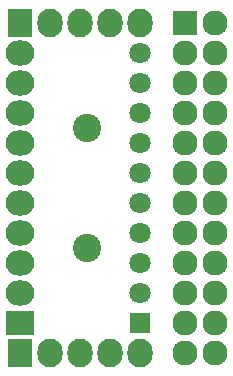
<source format=gts>
G04 #@! TF.FileFunction,Soldermask,Top*
%FSLAX46Y46*%
G04 Gerber Fmt 4.6, Leading zero omitted, Abs format (unit mm)*
G04 Created by KiCad (PCBNEW (2015-12-02 BZR 6341, Git dd06abf)-product) date 27/12/2015 22:57:57*
%MOMM*%
G01*
G04 APERTURE LIST*
%ADD10C,0.100000*%
%ADD11R,2.127200X2.127200*%
%ADD12O,2.127200X2.127200*%
%ADD13R,1.797000X1.797000*%
%ADD14C,1.797000*%
%ADD15C,2.398980*%
%ADD16R,2.127200X2.432000*%
%ADD17O,2.127200X2.432000*%
%ADD18R,2.432000X2.127200*%
%ADD19O,2.432000X2.127200*%
G04 APERTURE END LIST*
D10*
D11*
X147320000Y-86360000D03*
D12*
X149860000Y-86360000D03*
X147320000Y-88900000D03*
X149860000Y-88900000D03*
X147320000Y-91440000D03*
X149860000Y-91440000D03*
X147320000Y-93980000D03*
X149860000Y-93980000D03*
X147320000Y-96520000D03*
X149860000Y-96520000D03*
X147320000Y-99060000D03*
X149860000Y-99060000D03*
X147320000Y-101600000D03*
X149860000Y-101600000D03*
X147320000Y-104140000D03*
X149860000Y-104140000D03*
X147320000Y-106680000D03*
X149860000Y-106680000D03*
X147320000Y-109220000D03*
X149860000Y-109220000D03*
X147320000Y-111760000D03*
X149860000Y-111760000D03*
X147320000Y-114300000D03*
X149860000Y-114300000D03*
D13*
X143510000Y-111760000D03*
D14*
X143510000Y-109220000D03*
X143510000Y-106680000D03*
X143510000Y-104140000D03*
X143510000Y-101600000D03*
X143510000Y-99060000D03*
X143510000Y-96520000D03*
X143510000Y-93980000D03*
X143510000Y-91440000D03*
X143510000Y-88900000D03*
D15*
X139065000Y-105410000D03*
X139065000Y-95250000D03*
D16*
X133350000Y-114300000D03*
D17*
X135890000Y-114300000D03*
X138430000Y-114300000D03*
X140970000Y-114300000D03*
X143510000Y-114300000D03*
D16*
X133350000Y-86360000D03*
D17*
X135890000Y-86360000D03*
X138430000Y-86360000D03*
X140970000Y-86360000D03*
X143510000Y-86360000D03*
D18*
X133350000Y-111760000D03*
D19*
X133350000Y-109220000D03*
X133350000Y-106680000D03*
X133350000Y-104140000D03*
X133350000Y-101600000D03*
X133350000Y-99060000D03*
X133350000Y-96520000D03*
X133350000Y-93980000D03*
X133350000Y-91440000D03*
X133350000Y-88900000D03*
M02*

</source>
